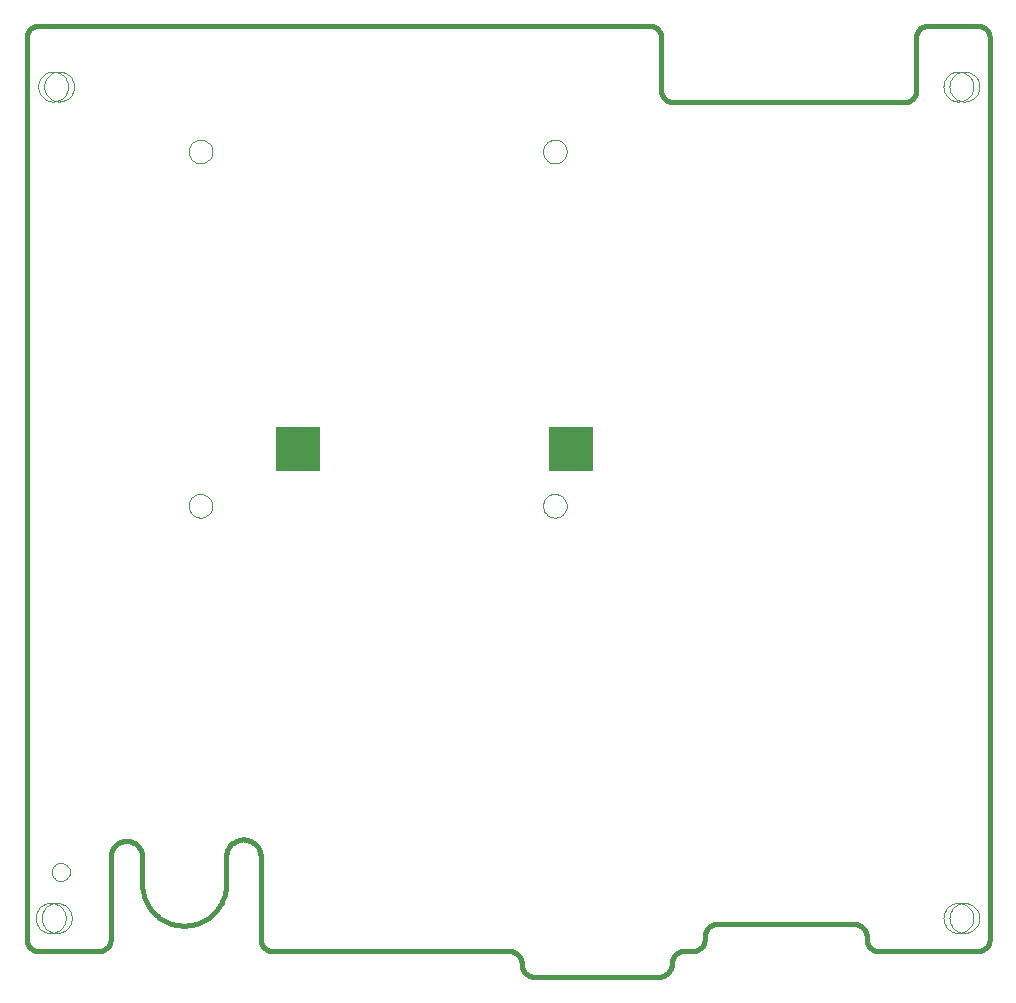
<source format=gbp>
G75*
G70*
%OFA0B0*%
%FSLAX24Y24*%
%IPPOS*%
%LPD*%
%AMOC8*
5,1,8,0,0,1.08239X$1,22.5*
%
%ADD10C,0.0000*%
%ADD11C,0.0160*%
%ADD12R,0.1500X0.1500*%
D10*
X001696Y002796D02*
X001698Y002840D01*
X001704Y002884D01*
X001714Y002927D01*
X001727Y002969D01*
X001744Y003010D01*
X001765Y003049D01*
X001789Y003086D01*
X001816Y003121D01*
X001846Y003153D01*
X001879Y003183D01*
X001915Y003209D01*
X001952Y003233D01*
X001992Y003252D01*
X002033Y003269D01*
X002076Y003281D01*
X002119Y003290D01*
X002163Y003295D01*
X002207Y003296D01*
X002251Y003293D01*
X002295Y003286D01*
X002338Y003275D01*
X002380Y003261D01*
X002420Y003243D01*
X002459Y003221D01*
X002495Y003197D01*
X002529Y003169D01*
X002561Y003138D01*
X002590Y003104D01*
X002616Y003068D01*
X002638Y003030D01*
X002657Y002990D01*
X002672Y002948D01*
X002684Y002906D01*
X002692Y002862D01*
X002696Y002818D01*
X002696Y002774D01*
X002692Y002730D01*
X002684Y002686D01*
X002672Y002644D01*
X002657Y002602D01*
X002638Y002562D01*
X002616Y002524D01*
X002590Y002488D01*
X002561Y002454D01*
X002529Y002423D01*
X002495Y002395D01*
X002459Y002371D01*
X002420Y002349D01*
X002380Y002331D01*
X002338Y002317D01*
X002295Y002306D01*
X002251Y002299D01*
X002207Y002296D01*
X002163Y002297D01*
X002119Y002302D01*
X002076Y002311D01*
X002033Y002323D01*
X001992Y002340D01*
X001952Y002359D01*
X001915Y002383D01*
X001879Y002409D01*
X001846Y002439D01*
X001816Y002471D01*
X001789Y002506D01*
X001765Y002543D01*
X001744Y002582D01*
X001727Y002623D01*
X001714Y002665D01*
X001704Y002708D01*
X001698Y002752D01*
X001696Y002796D01*
X001896Y002796D02*
X001898Y002840D01*
X001904Y002884D01*
X001914Y002927D01*
X001927Y002969D01*
X001944Y003010D01*
X001965Y003049D01*
X001989Y003086D01*
X002016Y003121D01*
X002046Y003153D01*
X002079Y003183D01*
X002115Y003209D01*
X002152Y003233D01*
X002192Y003252D01*
X002233Y003269D01*
X002276Y003281D01*
X002319Y003290D01*
X002363Y003295D01*
X002407Y003296D01*
X002451Y003293D01*
X002495Y003286D01*
X002538Y003275D01*
X002580Y003261D01*
X002620Y003243D01*
X002659Y003221D01*
X002695Y003197D01*
X002729Y003169D01*
X002761Y003138D01*
X002790Y003104D01*
X002816Y003068D01*
X002838Y003030D01*
X002857Y002990D01*
X002872Y002948D01*
X002884Y002906D01*
X002892Y002862D01*
X002896Y002818D01*
X002896Y002774D01*
X002892Y002730D01*
X002884Y002686D01*
X002872Y002644D01*
X002857Y002602D01*
X002838Y002562D01*
X002816Y002524D01*
X002790Y002488D01*
X002761Y002454D01*
X002729Y002423D01*
X002695Y002395D01*
X002659Y002371D01*
X002620Y002349D01*
X002580Y002331D01*
X002538Y002317D01*
X002495Y002306D01*
X002451Y002299D01*
X002407Y002296D01*
X002363Y002297D01*
X002319Y002302D01*
X002276Y002311D01*
X002233Y002323D01*
X002192Y002340D01*
X002152Y002359D01*
X002115Y002383D01*
X002079Y002409D01*
X002046Y002439D01*
X002016Y002471D01*
X001989Y002506D01*
X001965Y002543D01*
X001944Y002582D01*
X001927Y002623D01*
X001914Y002665D01*
X001904Y002708D01*
X001898Y002752D01*
X001896Y002796D01*
X002232Y004331D02*
X002234Y004365D01*
X002240Y004399D01*
X002249Y004432D01*
X002263Y004463D01*
X002280Y004493D01*
X002300Y004521D01*
X002323Y004546D01*
X002349Y004569D01*
X002377Y004588D01*
X002407Y004604D01*
X002439Y004616D01*
X002472Y004625D01*
X002506Y004630D01*
X002541Y004631D01*
X002575Y004628D01*
X002608Y004621D01*
X002641Y004611D01*
X002672Y004596D01*
X002701Y004579D01*
X002728Y004558D01*
X002753Y004534D01*
X002775Y004507D01*
X002793Y004479D01*
X002808Y004448D01*
X002820Y004416D01*
X002828Y004382D01*
X002832Y004348D01*
X002832Y004314D01*
X002828Y004280D01*
X002820Y004246D01*
X002808Y004214D01*
X002793Y004183D01*
X002775Y004155D01*
X002753Y004128D01*
X002728Y004104D01*
X002701Y004083D01*
X002672Y004066D01*
X002641Y004051D01*
X002608Y004041D01*
X002575Y004034D01*
X002541Y004031D01*
X002506Y004032D01*
X002472Y004037D01*
X002439Y004046D01*
X002407Y004058D01*
X002377Y004074D01*
X002349Y004093D01*
X002323Y004116D01*
X002300Y004141D01*
X002280Y004169D01*
X002263Y004199D01*
X002249Y004230D01*
X002240Y004263D01*
X002234Y004297D01*
X002232Y004331D01*
X006792Y016535D02*
X006794Y016574D01*
X006800Y016613D01*
X006810Y016651D01*
X006823Y016688D01*
X006840Y016723D01*
X006860Y016757D01*
X006884Y016788D01*
X006911Y016817D01*
X006940Y016843D01*
X006972Y016866D01*
X007006Y016886D01*
X007042Y016902D01*
X007079Y016914D01*
X007118Y016923D01*
X007157Y016928D01*
X007196Y016929D01*
X007235Y016926D01*
X007274Y016919D01*
X007311Y016908D01*
X007348Y016894D01*
X007383Y016876D01*
X007416Y016855D01*
X007447Y016830D01*
X007475Y016803D01*
X007500Y016773D01*
X007522Y016740D01*
X007541Y016706D01*
X007556Y016670D01*
X007568Y016632D01*
X007576Y016594D01*
X007580Y016555D01*
X007580Y016515D01*
X007576Y016476D01*
X007568Y016438D01*
X007556Y016400D01*
X007541Y016364D01*
X007522Y016330D01*
X007500Y016297D01*
X007475Y016267D01*
X007447Y016240D01*
X007416Y016215D01*
X007383Y016194D01*
X007348Y016176D01*
X007311Y016162D01*
X007274Y016151D01*
X007235Y016144D01*
X007196Y016141D01*
X007157Y016142D01*
X007118Y016147D01*
X007079Y016156D01*
X007042Y016168D01*
X007006Y016184D01*
X006972Y016204D01*
X006940Y016227D01*
X006911Y016253D01*
X006884Y016282D01*
X006860Y016313D01*
X006840Y016347D01*
X006823Y016382D01*
X006810Y016419D01*
X006800Y016457D01*
X006794Y016496D01*
X006792Y016535D01*
X006792Y028346D02*
X006794Y028385D01*
X006800Y028424D01*
X006810Y028462D01*
X006823Y028499D01*
X006840Y028534D01*
X006860Y028568D01*
X006884Y028599D01*
X006911Y028628D01*
X006940Y028654D01*
X006972Y028677D01*
X007006Y028697D01*
X007042Y028713D01*
X007079Y028725D01*
X007118Y028734D01*
X007157Y028739D01*
X007196Y028740D01*
X007235Y028737D01*
X007274Y028730D01*
X007311Y028719D01*
X007348Y028705D01*
X007383Y028687D01*
X007416Y028666D01*
X007447Y028641D01*
X007475Y028614D01*
X007500Y028584D01*
X007522Y028551D01*
X007541Y028517D01*
X007556Y028481D01*
X007568Y028443D01*
X007576Y028405D01*
X007580Y028366D01*
X007580Y028326D01*
X007576Y028287D01*
X007568Y028249D01*
X007556Y028211D01*
X007541Y028175D01*
X007522Y028141D01*
X007500Y028108D01*
X007475Y028078D01*
X007447Y028051D01*
X007416Y028026D01*
X007383Y028005D01*
X007348Y027987D01*
X007311Y027973D01*
X007274Y027962D01*
X007235Y027955D01*
X007196Y027952D01*
X007157Y027953D01*
X007118Y027958D01*
X007079Y027967D01*
X007042Y027979D01*
X007006Y027995D01*
X006972Y028015D01*
X006940Y028038D01*
X006911Y028064D01*
X006884Y028093D01*
X006860Y028124D01*
X006840Y028158D01*
X006823Y028193D01*
X006810Y028230D01*
X006800Y028268D01*
X006794Y028307D01*
X006792Y028346D01*
X001974Y030512D02*
X001976Y030556D01*
X001982Y030600D01*
X001992Y030643D01*
X002005Y030685D01*
X002022Y030726D01*
X002043Y030765D01*
X002067Y030802D01*
X002094Y030837D01*
X002124Y030869D01*
X002157Y030899D01*
X002193Y030925D01*
X002230Y030949D01*
X002270Y030968D01*
X002311Y030985D01*
X002354Y030997D01*
X002397Y031006D01*
X002441Y031011D01*
X002485Y031012D01*
X002529Y031009D01*
X002573Y031002D01*
X002616Y030991D01*
X002658Y030977D01*
X002698Y030959D01*
X002737Y030937D01*
X002773Y030913D01*
X002807Y030885D01*
X002839Y030854D01*
X002868Y030820D01*
X002894Y030784D01*
X002916Y030746D01*
X002935Y030706D01*
X002950Y030664D01*
X002962Y030622D01*
X002970Y030578D01*
X002974Y030534D01*
X002974Y030490D01*
X002970Y030446D01*
X002962Y030402D01*
X002950Y030360D01*
X002935Y030318D01*
X002916Y030278D01*
X002894Y030240D01*
X002868Y030204D01*
X002839Y030170D01*
X002807Y030139D01*
X002773Y030111D01*
X002737Y030087D01*
X002698Y030065D01*
X002658Y030047D01*
X002616Y030033D01*
X002573Y030022D01*
X002529Y030015D01*
X002485Y030012D01*
X002441Y030013D01*
X002397Y030018D01*
X002354Y030027D01*
X002311Y030039D01*
X002270Y030056D01*
X002230Y030075D01*
X002193Y030099D01*
X002157Y030125D01*
X002124Y030155D01*
X002094Y030187D01*
X002067Y030222D01*
X002043Y030259D01*
X002022Y030298D01*
X002005Y030339D01*
X001992Y030381D01*
X001982Y030424D01*
X001976Y030468D01*
X001974Y030512D01*
X001774Y030512D02*
X001776Y030556D01*
X001782Y030600D01*
X001792Y030643D01*
X001805Y030685D01*
X001822Y030726D01*
X001843Y030765D01*
X001867Y030802D01*
X001894Y030837D01*
X001924Y030869D01*
X001957Y030899D01*
X001993Y030925D01*
X002030Y030949D01*
X002070Y030968D01*
X002111Y030985D01*
X002154Y030997D01*
X002197Y031006D01*
X002241Y031011D01*
X002285Y031012D01*
X002329Y031009D01*
X002373Y031002D01*
X002416Y030991D01*
X002458Y030977D01*
X002498Y030959D01*
X002537Y030937D01*
X002573Y030913D01*
X002607Y030885D01*
X002639Y030854D01*
X002668Y030820D01*
X002694Y030784D01*
X002716Y030746D01*
X002735Y030706D01*
X002750Y030664D01*
X002762Y030622D01*
X002770Y030578D01*
X002774Y030534D01*
X002774Y030490D01*
X002770Y030446D01*
X002762Y030402D01*
X002750Y030360D01*
X002735Y030318D01*
X002716Y030278D01*
X002694Y030240D01*
X002668Y030204D01*
X002639Y030170D01*
X002607Y030139D01*
X002573Y030111D01*
X002537Y030087D01*
X002498Y030065D01*
X002458Y030047D01*
X002416Y030033D01*
X002373Y030022D01*
X002329Y030015D01*
X002285Y030012D01*
X002241Y030013D01*
X002197Y030018D01*
X002154Y030027D01*
X002111Y030039D01*
X002070Y030056D01*
X002030Y030075D01*
X001993Y030099D01*
X001957Y030125D01*
X001924Y030155D01*
X001894Y030187D01*
X001867Y030222D01*
X001843Y030259D01*
X001822Y030298D01*
X001805Y030339D01*
X001792Y030381D01*
X001782Y030424D01*
X001776Y030468D01*
X001774Y030512D01*
X018603Y028346D02*
X018605Y028385D01*
X018611Y028424D01*
X018621Y028462D01*
X018634Y028499D01*
X018651Y028534D01*
X018671Y028568D01*
X018695Y028599D01*
X018722Y028628D01*
X018751Y028654D01*
X018783Y028677D01*
X018817Y028697D01*
X018853Y028713D01*
X018890Y028725D01*
X018929Y028734D01*
X018968Y028739D01*
X019007Y028740D01*
X019046Y028737D01*
X019085Y028730D01*
X019122Y028719D01*
X019159Y028705D01*
X019194Y028687D01*
X019227Y028666D01*
X019258Y028641D01*
X019286Y028614D01*
X019311Y028584D01*
X019333Y028551D01*
X019352Y028517D01*
X019367Y028481D01*
X019379Y028443D01*
X019387Y028405D01*
X019391Y028366D01*
X019391Y028326D01*
X019387Y028287D01*
X019379Y028249D01*
X019367Y028211D01*
X019352Y028175D01*
X019333Y028141D01*
X019311Y028108D01*
X019286Y028078D01*
X019258Y028051D01*
X019227Y028026D01*
X019194Y028005D01*
X019159Y027987D01*
X019122Y027973D01*
X019085Y027962D01*
X019046Y027955D01*
X019007Y027952D01*
X018968Y027953D01*
X018929Y027958D01*
X018890Y027967D01*
X018853Y027979D01*
X018817Y027995D01*
X018783Y028015D01*
X018751Y028038D01*
X018722Y028064D01*
X018695Y028093D01*
X018671Y028124D01*
X018651Y028158D01*
X018634Y028193D01*
X018621Y028230D01*
X018611Y028268D01*
X018605Y028307D01*
X018603Y028346D01*
X018603Y016535D02*
X018605Y016574D01*
X018611Y016613D01*
X018621Y016651D01*
X018634Y016688D01*
X018651Y016723D01*
X018671Y016757D01*
X018695Y016788D01*
X018722Y016817D01*
X018751Y016843D01*
X018783Y016866D01*
X018817Y016886D01*
X018853Y016902D01*
X018890Y016914D01*
X018929Y016923D01*
X018968Y016928D01*
X019007Y016929D01*
X019046Y016926D01*
X019085Y016919D01*
X019122Y016908D01*
X019159Y016894D01*
X019194Y016876D01*
X019227Y016855D01*
X019258Y016830D01*
X019286Y016803D01*
X019311Y016773D01*
X019333Y016740D01*
X019352Y016706D01*
X019367Y016670D01*
X019379Y016632D01*
X019387Y016594D01*
X019391Y016555D01*
X019391Y016515D01*
X019387Y016476D01*
X019379Y016438D01*
X019367Y016400D01*
X019352Y016364D01*
X019333Y016330D01*
X019311Y016297D01*
X019286Y016267D01*
X019258Y016240D01*
X019227Y016215D01*
X019194Y016194D01*
X019159Y016176D01*
X019122Y016162D01*
X019085Y016151D01*
X019046Y016144D01*
X019007Y016141D01*
X018968Y016142D01*
X018929Y016147D01*
X018890Y016156D01*
X018853Y016168D01*
X018817Y016184D01*
X018783Y016204D01*
X018751Y016227D01*
X018722Y016253D01*
X018695Y016282D01*
X018671Y016313D01*
X018651Y016347D01*
X018634Y016382D01*
X018621Y016419D01*
X018611Y016457D01*
X018605Y016496D01*
X018603Y016535D01*
X031953Y002796D02*
X031955Y002840D01*
X031961Y002884D01*
X031971Y002927D01*
X031984Y002969D01*
X032001Y003010D01*
X032022Y003049D01*
X032046Y003086D01*
X032073Y003121D01*
X032103Y003153D01*
X032136Y003183D01*
X032172Y003209D01*
X032209Y003233D01*
X032249Y003252D01*
X032290Y003269D01*
X032333Y003281D01*
X032376Y003290D01*
X032420Y003295D01*
X032464Y003296D01*
X032508Y003293D01*
X032552Y003286D01*
X032595Y003275D01*
X032637Y003261D01*
X032677Y003243D01*
X032716Y003221D01*
X032752Y003197D01*
X032786Y003169D01*
X032818Y003138D01*
X032847Y003104D01*
X032873Y003068D01*
X032895Y003030D01*
X032914Y002990D01*
X032929Y002948D01*
X032941Y002906D01*
X032949Y002862D01*
X032953Y002818D01*
X032953Y002774D01*
X032949Y002730D01*
X032941Y002686D01*
X032929Y002644D01*
X032914Y002602D01*
X032895Y002562D01*
X032873Y002524D01*
X032847Y002488D01*
X032818Y002454D01*
X032786Y002423D01*
X032752Y002395D01*
X032716Y002371D01*
X032677Y002349D01*
X032637Y002331D01*
X032595Y002317D01*
X032552Y002306D01*
X032508Y002299D01*
X032464Y002296D01*
X032420Y002297D01*
X032376Y002302D01*
X032333Y002311D01*
X032290Y002323D01*
X032249Y002340D01*
X032209Y002359D01*
X032172Y002383D01*
X032136Y002409D01*
X032103Y002439D01*
X032073Y002471D01*
X032046Y002506D01*
X032022Y002543D01*
X032001Y002582D01*
X031984Y002623D01*
X031971Y002665D01*
X031961Y002708D01*
X031955Y002752D01*
X031953Y002796D01*
X032153Y002796D02*
X032155Y002840D01*
X032161Y002884D01*
X032171Y002927D01*
X032184Y002969D01*
X032201Y003010D01*
X032222Y003049D01*
X032246Y003086D01*
X032273Y003121D01*
X032303Y003153D01*
X032336Y003183D01*
X032372Y003209D01*
X032409Y003233D01*
X032449Y003252D01*
X032490Y003269D01*
X032533Y003281D01*
X032576Y003290D01*
X032620Y003295D01*
X032664Y003296D01*
X032708Y003293D01*
X032752Y003286D01*
X032795Y003275D01*
X032837Y003261D01*
X032877Y003243D01*
X032916Y003221D01*
X032952Y003197D01*
X032986Y003169D01*
X033018Y003138D01*
X033047Y003104D01*
X033073Y003068D01*
X033095Y003030D01*
X033114Y002990D01*
X033129Y002948D01*
X033141Y002906D01*
X033149Y002862D01*
X033153Y002818D01*
X033153Y002774D01*
X033149Y002730D01*
X033141Y002686D01*
X033129Y002644D01*
X033114Y002602D01*
X033095Y002562D01*
X033073Y002524D01*
X033047Y002488D01*
X033018Y002454D01*
X032986Y002423D01*
X032952Y002395D01*
X032916Y002371D01*
X032877Y002349D01*
X032837Y002331D01*
X032795Y002317D01*
X032752Y002306D01*
X032708Y002299D01*
X032664Y002296D01*
X032620Y002297D01*
X032576Y002302D01*
X032533Y002311D01*
X032490Y002323D01*
X032449Y002340D01*
X032409Y002359D01*
X032372Y002383D01*
X032336Y002409D01*
X032303Y002439D01*
X032273Y002471D01*
X032246Y002506D01*
X032222Y002543D01*
X032201Y002582D01*
X032184Y002623D01*
X032171Y002665D01*
X032161Y002708D01*
X032155Y002752D01*
X032153Y002796D01*
X031953Y030512D02*
X031955Y030556D01*
X031961Y030600D01*
X031971Y030643D01*
X031984Y030685D01*
X032001Y030726D01*
X032022Y030765D01*
X032046Y030802D01*
X032073Y030837D01*
X032103Y030869D01*
X032136Y030899D01*
X032172Y030925D01*
X032209Y030949D01*
X032249Y030968D01*
X032290Y030985D01*
X032333Y030997D01*
X032376Y031006D01*
X032420Y031011D01*
X032464Y031012D01*
X032508Y031009D01*
X032552Y031002D01*
X032595Y030991D01*
X032637Y030977D01*
X032677Y030959D01*
X032716Y030937D01*
X032752Y030913D01*
X032786Y030885D01*
X032818Y030854D01*
X032847Y030820D01*
X032873Y030784D01*
X032895Y030746D01*
X032914Y030706D01*
X032929Y030664D01*
X032941Y030622D01*
X032949Y030578D01*
X032953Y030534D01*
X032953Y030490D01*
X032949Y030446D01*
X032941Y030402D01*
X032929Y030360D01*
X032914Y030318D01*
X032895Y030278D01*
X032873Y030240D01*
X032847Y030204D01*
X032818Y030170D01*
X032786Y030139D01*
X032752Y030111D01*
X032716Y030087D01*
X032677Y030065D01*
X032637Y030047D01*
X032595Y030033D01*
X032552Y030022D01*
X032508Y030015D01*
X032464Y030012D01*
X032420Y030013D01*
X032376Y030018D01*
X032333Y030027D01*
X032290Y030039D01*
X032249Y030056D01*
X032209Y030075D01*
X032172Y030099D01*
X032136Y030125D01*
X032103Y030155D01*
X032073Y030187D01*
X032046Y030222D01*
X032022Y030259D01*
X032001Y030298D01*
X031984Y030339D01*
X031971Y030381D01*
X031961Y030424D01*
X031955Y030468D01*
X031953Y030512D01*
X032153Y030512D02*
X032155Y030556D01*
X032161Y030600D01*
X032171Y030643D01*
X032184Y030685D01*
X032201Y030726D01*
X032222Y030765D01*
X032246Y030802D01*
X032273Y030837D01*
X032303Y030869D01*
X032336Y030899D01*
X032372Y030925D01*
X032409Y030949D01*
X032449Y030968D01*
X032490Y030985D01*
X032533Y030997D01*
X032576Y031006D01*
X032620Y031011D01*
X032664Y031012D01*
X032708Y031009D01*
X032752Y031002D01*
X032795Y030991D01*
X032837Y030977D01*
X032877Y030959D01*
X032916Y030937D01*
X032952Y030913D01*
X032986Y030885D01*
X033018Y030854D01*
X033047Y030820D01*
X033073Y030784D01*
X033095Y030746D01*
X033114Y030706D01*
X033129Y030664D01*
X033141Y030622D01*
X033149Y030578D01*
X033153Y030534D01*
X033153Y030490D01*
X033149Y030446D01*
X033141Y030402D01*
X033129Y030360D01*
X033114Y030318D01*
X033095Y030278D01*
X033073Y030240D01*
X033047Y030204D01*
X033018Y030170D01*
X032986Y030139D01*
X032952Y030111D01*
X032916Y030087D01*
X032877Y030065D01*
X032837Y030047D01*
X032795Y030033D01*
X032752Y030022D01*
X032708Y030015D01*
X032664Y030012D01*
X032620Y030013D01*
X032576Y030018D01*
X032533Y030027D01*
X032490Y030039D01*
X032449Y030056D01*
X032409Y030075D01*
X032372Y030099D01*
X032336Y030125D01*
X032303Y030155D01*
X032273Y030187D01*
X032246Y030222D01*
X032222Y030259D01*
X032201Y030298D01*
X032184Y030339D01*
X032171Y030381D01*
X032161Y030424D01*
X032155Y030468D01*
X032153Y030512D01*
D11*
X003790Y001690D02*
X001790Y001690D01*
X001751Y001692D01*
X001712Y001698D01*
X001674Y001707D01*
X001637Y001720D01*
X001601Y001737D01*
X001568Y001757D01*
X001536Y001781D01*
X001507Y001807D01*
X001481Y001836D01*
X001457Y001868D01*
X001437Y001901D01*
X001420Y001937D01*
X001407Y001974D01*
X001398Y002012D01*
X001392Y002051D01*
X001390Y002090D01*
X001390Y032140D01*
X001392Y032179D01*
X001398Y032218D01*
X001407Y032256D01*
X001420Y032293D01*
X001437Y032329D01*
X001457Y032362D01*
X001481Y032394D01*
X001507Y032423D01*
X001536Y032449D01*
X001568Y032473D01*
X001601Y032493D01*
X001637Y032510D01*
X001674Y032523D01*
X001712Y032532D01*
X001751Y032538D01*
X001790Y032540D01*
X022140Y032540D01*
X022179Y032538D01*
X022218Y032532D01*
X022256Y032523D01*
X022293Y032510D01*
X022329Y032493D01*
X022362Y032473D01*
X022394Y032449D01*
X022423Y032423D01*
X022449Y032394D01*
X022473Y032362D01*
X022493Y032329D01*
X022510Y032293D01*
X022523Y032256D01*
X022532Y032218D01*
X022538Y032179D01*
X022540Y032140D01*
X022540Y030390D01*
X022542Y030351D01*
X022548Y030312D01*
X022557Y030274D01*
X022570Y030237D01*
X022587Y030201D01*
X022607Y030168D01*
X022631Y030136D01*
X022657Y030107D01*
X022686Y030081D01*
X022718Y030057D01*
X022751Y030037D01*
X022787Y030020D01*
X022824Y030007D01*
X022862Y029998D01*
X022901Y029992D01*
X022940Y029990D01*
X030640Y029990D01*
X030679Y029992D01*
X030718Y029998D01*
X030756Y030007D01*
X030793Y030020D01*
X030829Y030037D01*
X030862Y030057D01*
X030894Y030081D01*
X030923Y030107D01*
X030949Y030136D01*
X030973Y030168D01*
X030993Y030201D01*
X031010Y030237D01*
X031023Y030274D01*
X031032Y030312D01*
X031038Y030351D01*
X031040Y030390D01*
X031040Y032140D01*
X031042Y032179D01*
X031048Y032218D01*
X031057Y032256D01*
X031070Y032293D01*
X031087Y032329D01*
X031107Y032362D01*
X031131Y032394D01*
X031157Y032423D01*
X031186Y032449D01*
X031218Y032473D01*
X031251Y032493D01*
X031287Y032510D01*
X031324Y032523D01*
X031362Y032532D01*
X031401Y032538D01*
X031440Y032540D01*
X033090Y032540D01*
X033129Y032538D01*
X033168Y032532D01*
X033206Y032523D01*
X033243Y032510D01*
X033279Y032493D01*
X033312Y032473D01*
X033344Y032449D01*
X033373Y032423D01*
X033399Y032394D01*
X033423Y032362D01*
X033443Y032329D01*
X033460Y032293D01*
X033473Y032256D01*
X033482Y032218D01*
X033488Y032179D01*
X033490Y032140D01*
X033490Y002090D01*
X033488Y002051D01*
X033482Y002012D01*
X033473Y001974D01*
X033460Y001937D01*
X033443Y001901D01*
X033423Y001868D01*
X033399Y001836D01*
X033373Y001807D01*
X033344Y001781D01*
X033312Y001757D01*
X033279Y001737D01*
X033243Y001720D01*
X033206Y001707D01*
X033168Y001698D01*
X033129Y001692D01*
X033090Y001690D01*
X029790Y001690D01*
X029751Y001692D01*
X029712Y001698D01*
X029674Y001707D01*
X029637Y001720D01*
X029601Y001737D01*
X029568Y001757D01*
X029536Y001781D01*
X029507Y001807D01*
X029481Y001836D01*
X029457Y001868D01*
X029437Y001901D01*
X029420Y001937D01*
X029407Y001974D01*
X029398Y002012D01*
X029392Y002051D01*
X029390Y002090D01*
X029390Y002190D01*
X029388Y002229D01*
X029382Y002268D01*
X029373Y002306D01*
X029360Y002343D01*
X029343Y002379D01*
X029323Y002412D01*
X029299Y002444D01*
X029273Y002473D01*
X029244Y002499D01*
X029212Y002523D01*
X029179Y002543D01*
X029143Y002560D01*
X029106Y002573D01*
X029068Y002582D01*
X029029Y002588D01*
X028990Y002590D01*
X024390Y002590D01*
X024351Y002588D01*
X024312Y002582D01*
X024274Y002573D01*
X024237Y002560D01*
X024201Y002543D01*
X024168Y002523D01*
X024136Y002499D01*
X024107Y002473D01*
X024081Y002444D01*
X024057Y002412D01*
X024037Y002379D01*
X024020Y002343D01*
X024007Y002306D01*
X023998Y002268D01*
X023992Y002229D01*
X023990Y002190D01*
X023990Y002090D01*
X023988Y002051D01*
X023982Y002012D01*
X023973Y001974D01*
X023960Y001937D01*
X023943Y001901D01*
X023923Y001868D01*
X023899Y001836D01*
X023873Y001807D01*
X023844Y001781D01*
X023812Y001757D01*
X023779Y001737D01*
X023743Y001720D01*
X023706Y001707D01*
X023668Y001698D01*
X023629Y001692D01*
X023590Y001690D01*
X023290Y001690D01*
X023251Y001688D01*
X023212Y001682D01*
X023174Y001673D01*
X023137Y001660D01*
X023101Y001643D01*
X023068Y001623D01*
X023036Y001599D01*
X023007Y001573D01*
X022981Y001544D01*
X022957Y001512D01*
X022937Y001479D01*
X022920Y001443D01*
X022907Y001406D01*
X022898Y001368D01*
X022892Y001329D01*
X022890Y001290D01*
X022891Y001251D01*
X022888Y001211D01*
X022881Y001173D01*
X022871Y001135D01*
X022857Y001098D01*
X022840Y001062D01*
X022819Y001029D01*
X022796Y000997D01*
X022770Y000968D01*
X022741Y000941D01*
X022710Y000917D01*
X022677Y000895D01*
X022642Y000877D01*
X022605Y000863D01*
X022568Y000852D01*
X022529Y000844D01*
X022490Y000840D01*
X018290Y000840D01*
X018251Y000844D01*
X018212Y000852D01*
X018175Y000863D01*
X018138Y000877D01*
X018103Y000895D01*
X018070Y000917D01*
X018039Y000941D01*
X018010Y000968D01*
X017984Y000997D01*
X017961Y001029D01*
X017940Y001062D01*
X017923Y001098D01*
X017909Y001135D01*
X017899Y001173D01*
X017892Y001211D01*
X017889Y001251D01*
X017890Y001290D01*
X017888Y001329D01*
X017882Y001368D01*
X017873Y001406D01*
X017860Y001443D01*
X017843Y001479D01*
X017823Y001512D01*
X017799Y001544D01*
X017773Y001573D01*
X017744Y001599D01*
X017712Y001623D01*
X017679Y001643D01*
X017643Y001660D01*
X017606Y001673D01*
X017568Y001682D01*
X017529Y001688D01*
X017490Y001690D01*
X009590Y001690D01*
X009551Y001692D01*
X009512Y001698D01*
X009474Y001707D01*
X009437Y001720D01*
X009401Y001737D01*
X009368Y001757D01*
X009336Y001781D01*
X009307Y001807D01*
X009281Y001836D01*
X009257Y001868D01*
X009237Y001901D01*
X009220Y001937D01*
X009207Y001974D01*
X009198Y002012D01*
X009192Y002051D01*
X009190Y002090D01*
X009190Y004840D01*
X009188Y004886D01*
X009183Y004932D01*
X009173Y004978D01*
X009160Y005022D01*
X009144Y005065D01*
X009124Y005107D01*
X009101Y005147D01*
X009075Y005185D01*
X009045Y005221D01*
X009013Y005255D01*
X008979Y005285D01*
X008942Y005313D01*
X008903Y005338D01*
X008861Y005359D01*
X008819Y005378D01*
X008775Y005392D01*
X008730Y005403D01*
X008684Y005411D01*
X008638Y005415D01*
X008592Y005415D01*
X008546Y005411D01*
X008500Y005403D01*
X008455Y005392D01*
X008411Y005378D01*
X008369Y005359D01*
X008327Y005338D01*
X008288Y005313D01*
X008251Y005285D01*
X008217Y005255D01*
X008185Y005221D01*
X008155Y005185D01*
X008129Y005147D01*
X008106Y005107D01*
X008086Y005065D01*
X008070Y005022D01*
X008057Y004978D01*
X008047Y004932D01*
X008042Y004886D01*
X008040Y004840D01*
X008040Y003940D01*
X008038Y003867D01*
X008032Y003794D01*
X008023Y003721D01*
X008009Y003649D01*
X007992Y003578D01*
X007971Y003507D01*
X007947Y003438D01*
X007919Y003371D01*
X007887Y003304D01*
X007852Y003240D01*
X007814Y003178D01*
X007773Y003117D01*
X007728Y003059D01*
X007680Y003003D01*
X007630Y002950D01*
X007577Y002900D01*
X007521Y002852D01*
X007463Y002807D01*
X007402Y002766D01*
X007340Y002728D01*
X007276Y002693D01*
X007209Y002661D01*
X007142Y002633D01*
X007073Y002609D01*
X007002Y002588D01*
X006931Y002571D01*
X006859Y002557D01*
X006786Y002548D01*
X006713Y002542D01*
X006640Y002540D01*
X006567Y002542D01*
X006494Y002548D01*
X006421Y002557D01*
X006349Y002571D01*
X006278Y002588D01*
X006207Y002609D01*
X006138Y002633D01*
X006071Y002661D01*
X006004Y002693D01*
X005940Y002728D01*
X005878Y002766D01*
X005817Y002807D01*
X005759Y002852D01*
X005703Y002900D01*
X005650Y002950D01*
X005600Y003003D01*
X005552Y003059D01*
X005507Y003117D01*
X005466Y003178D01*
X005428Y003240D01*
X005393Y003304D01*
X005361Y003371D01*
X005333Y003438D01*
X005309Y003507D01*
X005288Y003578D01*
X005271Y003649D01*
X005257Y003721D01*
X005248Y003794D01*
X005242Y003867D01*
X005240Y003940D01*
X005240Y004840D01*
X005238Y004885D01*
X005232Y004929D01*
X005223Y004972D01*
X005210Y005015D01*
X005193Y005056D01*
X005173Y005096D01*
X005150Y005134D01*
X005123Y005170D01*
X005094Y005203D01*
X005062Y005234D01*
X005027Y005262D01*
X004990Y005287D01*
X004951Y005309D01*
X004911Y005327D01*
X004869Y005342D01*
X004826Y005353D01*
X004782Y005361D01*
X004737Y005365D01*
X004693Y005365D01*
X004648Y005361D01*
X004604Y005353D01*
X004561Y005342D01*
X004519Y005327D01*
X004479Y005309D01*
X004440Y005287D01*
X004403Y005262D01*
X004368Y005234D01*
X004336Y005203D01*
X004307Y005170D01*
X004280Y005134D01*
X004257Y005096D01*
X004237Y005056D01*
X004220Y005015D01*
X004207Y004972D01*
X004198Y004929D01*
X004192Y004885D01*
X004190Y004840D01*
X004190Y002090D01*
X004188Y002051D01*
X004182Y002012D01*
X004173Y001974D01*
X004160Y001937D01*
X004143Y001901D01*
X004123Y001868D01*
X004099Y001836D01*
X004073Y001807D01*
X004044Y001781D01*
X004012Y001757D01*
X003979Y001737D01*
X003943Y001720D01*
X003906Y001707D01*
X003868Y001698D01*
X003829Y001692D01*
X003790Y001690D01*
D12*
X010446Y018440D03*
X019525Y018440D03*
M02*

</source>
